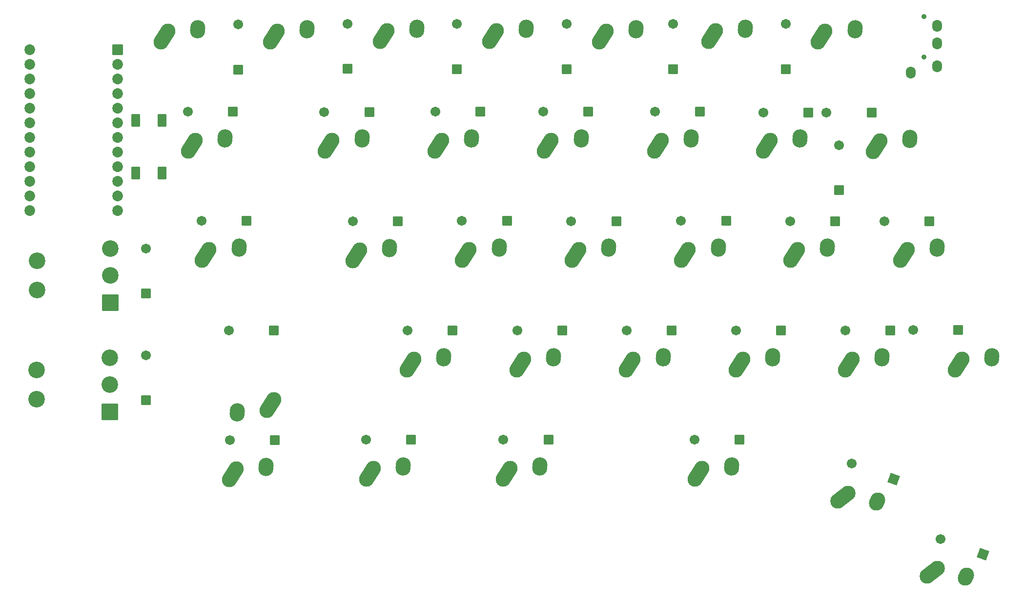
<source format=gbs>
G04 #@! TF.GenerationSoftware,KiCad,Pcbnew,(6.0.10-0)*
G04 #@! TF.CreationDate,2022-12-25T19:45:41-08:00*
G04 #@! TF.ProjectId,left,6c656674-2e6b-4696-9361-645f70636258,rev?*
G04 #@! TF.SameCoordinates,Original*
G04 #@! TF.FileFunction,Soldermask,Bot*
G04 #@! TF.FilePolarity,Negative*
%FSLAX46Y46*%
G04 Gerber Fmt 4.6, Leading zero omitted, Abs format (unit mm)*
G04 Created by KiCad (PCBNEW (6.0.10-0)) date 2022-12-25 19:45:41*
%MOMM*%
%LPD*%
G01*
G04 APERTURE LIST*
G04 Aperture macros list*
%AMRoundRect*
0 Rectangle with rounded corners*
0 $1 Rounding radius*
0 $2 $3 $4 $5 $6 $7 $8 $9 X,Y pos of 4 corners*
0 Add a 4 corners polygon primitive as box body*
4,1,4,$2,$3,$4,$5,$6,$7,$8,$9,$2,$3,0*
0 Add four circle primitives for the rounded corners*
1,1,$1+$1,$2,$3*
1,1,$1+$1,$4,$5*
1,1,$1+$1,$6,$7*
1,1,$1+$1,$8,$9*
0 Add four rect primitives between the rounded corners*
20,1,$1+$1,$2,$3,$4,$5,0*
20,1,$1+$1,$4,$5,$6,$7,0*
20,1,$1+$1,$6,$7,$8,$9,0*
20,1,$1+$1,$8,$9,$2,$3,0*%
%AMHorizOval*
0 Thick line with rounded ends*
0 $1 width*
0 $2 $3 position (X,Y) of the first rounded end (center of the circle)*
0 $4 $5 position (X,Y) of the second rounded end (center of the circle)*
0 Add line between two ends*
20,1,$1,$2,$3,$4,$5,0*
0 Add two circle primitives to create the rounded ends*
1,1,$1,$2,$3*
1,1,$1,$4,$5*%
G04 Aperture macros list end*
%ADD10RoundRect,0.051000X0.800000X-0.800000X0.800000X0.800000X-0.800000X0.800000X-0.800000X-0.800000X0*%
%ADD11C,1.702000*%
%ADD12RoundRect,0.051000X0.800000X0.800000X-0.800000X0.800000X-0.800000X-0.800000X0.800000X-0.800000X0*%
%ADD13RoundRect,0.051000X1.025370X0.478138X-0.478138X1.025370X-1.025370X-0.478138X0.478138X-1.025370X0*%
%ADD14HorizOval,2.602000X-0.604462X-0.948815X0.604462X0.948815X0*%
%ADD15HorizOval,2.602000X-0.019724X-0.289328X0.019724X0.289328X0*%
%ADD16HorizOval,2.602000X0.604462X0.948815X-0.604462X-0.948815X0*%
%ADD17HorizOval,2.602000X0.019724X0.289328X-0.019724X-0.289328X0*%
%ADD18C,0.902000*%
%ADD19O,1.702000X2.102000*%
%ADD20HorizOval,2.602000X-0.892523X-0.684857X0.892523X0.684857X0*%
%ADD21HorizOval,2.602000X-0.117491X-0.265134X0.117491X0.265134X0*%
%ADD22RoundRect,0.051000X1.387500X-1.387500X1.387500X1.387500X-1.387500X1.387500X-1.387500X-1.387500X0*%
%ADD23C,2.877000*%
%ADD24RoundRect,0.051000X0.700000X1.050000X-0.700000X1.050000X-0.700000X-1.050000X0.700000X-1.050000X0*%
%ADD25RoundRect,0.051000X-0.876300X0.876300X-0.876300X-0.876300X0.876300X-0.876300X0.876300X0.876300X0*%
%ADD26C,1.854600*%
G04 APERTURE END LIST*
D10*
X76000000Y-41475000D03*
D11*
X76000000Y-33675000D03*
D10*
X95000000Y-41325000D03*
D11*
X95000000Y-33525000D03*
D10*
X114000000Y-41400000D03*
D11*
X114000000Y-33600000D03*
D12*
X75100000Y-48800000D03*
D11*
X67300000Y-48800000D03*
D12*
X77500000Y-67800000D03*
D11*
X69700000Y-67800000D03*
D12*
X82250000Y-86825000D03*
D11*
X74450000Y-86825000D03*
D12*
X82425000Y-105850000D03*
D11*
X74625000Y-105850000D03*
D12*
X103725000Y-67850000D03*
D11*
X95925000Y-67850000D03*
D12*
X106025000Y-105775000D03*
D11*
X98225000Y-105775000D03*
D12*
X118025000Y-48825000D03*
D11*
X110225000Y-48825000D03*
D12*
X122650000Y-67800000D03*
D11*
X114850000Y-67800000D03*
D12*
X132250000Y-86825000D03*
D11*
X124450000Y-86825000D03*
D12*
X129850000Y-105800000D03*
D11*
X122050000Y-105800000D03*
D10*
X133000000Y-41400000D03*
D11*
X133000000Y-33600000D03*
D12*
X136775000Y-48800000D03*
D11*
X128975000Y-48800000D03*
D12*
X141625000Y-67825000D03*
D11*
X133825000Y-67825000D03*
D12*
X151200000Y-86850000D03*
D11*
X143400000Y-86850000D03*
D12*
X163000000Y-105800000D03*
D11*
X155200000Y-105800000D03*
D10*
X151500000Y-41400000D03*
D11*
X151500000Y-33600000D03*
D12*
X156125000Y-48825000D03*
D11*
X148325000Y-48825000D03*
D12*
X160675000Y-67775000D03*
D11*
X152875000Y-67775000D03*
D12*
X170175000Y-86850000D03*
D11*
X162375000Y-86850000D03*
D10*
X171000000Y-41400000D03*
D11*
X171000000Y-33600000D03*
D12*
X174900000Y-49000000D03*
D11*
X167100000Y-49000000D03*
D12*
X179600000Y-67825000D03*
D11*
X171800000Y-67825000D03*
D12*
X189125000Y-86850000D03*
D11*
X181325000Y-86850000D03*
D13*
X205214801Y-125708879D03*
D11*
X197885199Y-123041121D03*
D12*
X185900000Y-49000000D03*
D11*
X178100000Y-49000000D03*
D10*
X180280000Y-62400000D03*
D11*
X180280000Y-54600000D03*
D12*
X195900000Y-67825000D03*
D11*
X188100000Y-67825000D03*
D14*
X63270000Y-35730000D03*
D15*
X69045000Y-34460000D03*
D14*
X82245000Y-35730000D03*
D15*
X88020000Y-34460000D03*
D14*
X101270000Y-35705000D03*
D15*
X107045000Y-34435000D03*
D14*
X68020000Y-54705000D03*
D15*
X73795000Y-53435000D03*
D14*
X70395000Y-73705000D03*
D15*
X76170000Y-72435000D03*
D16*
X81655000Y-99745000D03*
D17*
X75880000Y-101015000D03*
D14*
X75095000Y-111755000D03*
D15*
X80870000Y-110485000D03*
D14*
X91745000Y-54755000D03*
D15*
X97520000Y-53485000D03*
D14*
X96495000Y-73755000D03*
D15*
X102270000Y-72485000D03*
D14*
X105945000Y-92730000D03*
D15*
X111720000Y-91460000D03*
D14*
X98870000Y-111705000D03*
D15*
X104645000Y-110435000D03*
D14*
X110745000Y-54705000D03*
D15*
X116520000Y-53435000D03*
D14*
X115520000Y-73705000D03*
D15*
X121295000Y-72435000D03*
D14*
X124970000Y-92730000D03*
D15*
X130745000Y-91460000D03*
D14*
X122620000Y-111730000D03*
D15*
X128395000Y-110460000D03*
D14*
X120220000Y-35705000D03*
D15*
X125995000Y-34435000D03*
D14*
X129745000Y-54730000D03*
D15*
X135520000Y-53460000D03*
D14*
X134545000Y-73730000D03*
D15*
X140320000Y-72460000D03*
D14*
X143970000Y-92755000D03*
D15*
X149745000Y-91485000D03*
D14*
X155870000Y-111730000D03*
D15*
X161645000Y-110460000D03*
D14*
X139245000Y-35730000D03*
D15*
X145020000Y-34460000D03*
D14*
X148845000Y-54730000D03*
D15*
X154620000Y-53460000D03*
D14*
X153545000Y-73680000D03*
D15*
X159320000Y-72410000D03*
D14*
X162970000Y-92755000D03*
D15*
X168745000Y-91485000D03*
D14*
X158220000Y-35705000D03*
D15*
X163995000Y-34435000D03*
D14*
X167745000Y-54730000D03*
D15*
X173520000Y-53460000D03*
D14*
X172495000Y-73730000D03*
D15*
X178270000Y-72460000D03*
D14*
X181970000Y-92755000D03*
D15*
X187745000Y-91485000D03*
D14*
X177245000Y-35730000D03*
D15*
X183020000Y-34460000D03*
D14*
X186745000Y-54780000D03*
D15*
X192520000Y-53510000D03*
D14*
X191495000Y-73705000D03*
D15*
X197270000Y-72435000D03*
D14*
X201020000Y-92705000D03*
D15*
X206795000Y-91435000D03*
D18*
X195000000Y-32327500D03*
X195000000Y-39327500D03*
D19*
X192700000Y-42027500D03*
X197300000Y-40927500D03*
X197300000Y-36927500D03*
X197300000Y-33927500D03*
D20*
X180970211Y-115729006D03*
D21*
X186831302Y-116510763D03*
D20*
X196420211Y-128804006D03*
D21*
X202281302Y-129585763D03*
D12*
X113225000Y-86825000D03*
D11*
X105425000Y-86825000D03*
D12*
X98775000Y-48850000D03*
D11*
X90975000Y-48850000D03*
D12*
X200900000Y-86725000D03*
D11*
X193100000Y-86725000D03*
D13*
X189764801Y-112633879D03*
D11*
X182435199Y-109966121D03*
D10*
X60000000Y-80400000D03*
D11*
X60000000Y-72600000D03*
D22*
X53840000Y-81950000D03*
D23*
X53840000Y-77250000D03*
X53840000Y-72550000D03*
X41140000Y-79790000D03*
X41140000Y-74710000D03*
D10*
X60000000Y-98900000D03*
D11*
X60000000Y-91100000D03*
D22*
X53786250Y-100950000D03*
D23*
X53786250Y-96250000D03*
X53786250Y-91550000D03*
X41086250Y-98790000D03*
X41086250Y-93710000D03*
D24*
X58300000Y-50330000D03*
X58300000Y-59430000D03*
X62800000Y-50330000D03*
X62800000Y-59430000D03*
D25*
X55120000Y-38030000D03*
D26*
X55120000Y-40570000D03*
X55120000Y-43110000D03*
X55120000Y-45650000D03*
X55120000Y-48190000D03*
X55120000Y-50730000D03*
X55120000Y-53270000D03*
X55120000Y-55810000D03*
X55120000Y-58350000D03*
X55120000Y-60890000D03*
X55120000Y-63430000D03*
X55120000Y-65970000D03*
X39880000Y-65970000D03*
X39880000Y-63430000D03*
X39880000Y-60890000D03*
X39880000Y-58350000D03*
X39880000Y-55810000D03*
X39880000Y-53270000D03*
X39880000Y-50730000D03*
X39880000Y-48190000D03*
X39880000Y-45650000D03*
X39880000Y-43110000D03*
X39880000Y-40570000D03*
X39880000Y-38030000D03*
M02*

</source>
